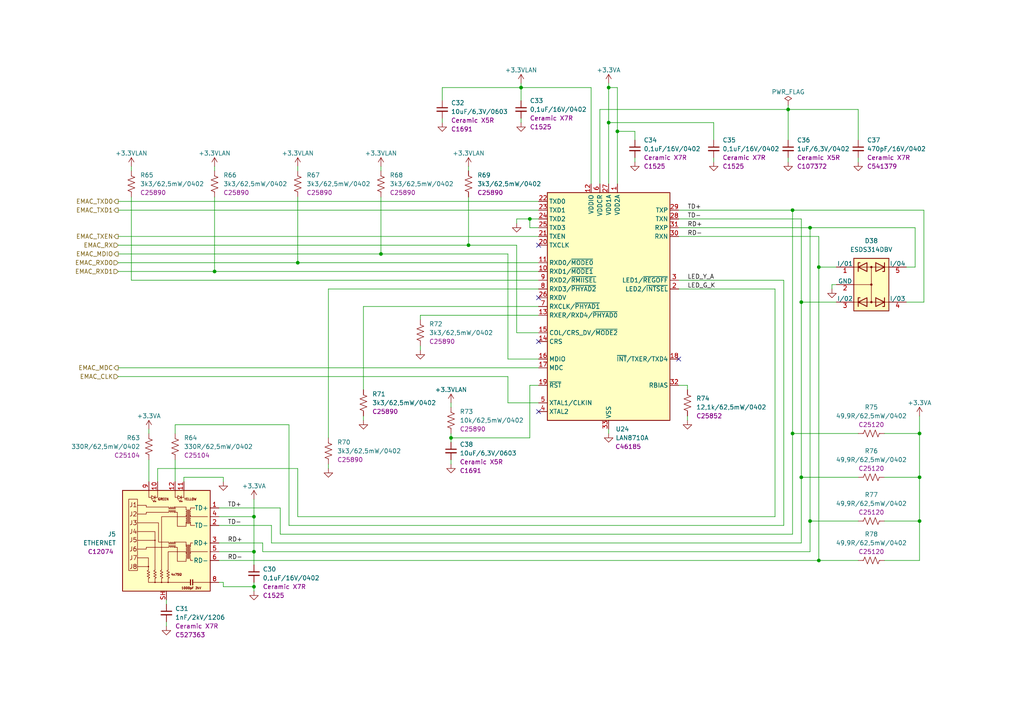
<source format=kicad_sch>
(kicad_sch (version 20211123) (generator eeschema)
  (paper "A4")
  (title_block (title "ESP 16x 24VDC Input 16x External Relay Output Module") (date "2022-10-20") (rev "V1"))
  (lib_symbols
    (symbol "Device:C_Small" (pin_numbers hide) (pin_names (offset 0.254) hide)
      (property "Reference" "C" (at 0.254 1.778 0))
      (property "Value" "C_Small" (at 0.254 -2.032 0))
      (symbol "C_Small_0_1"
        (polyline (pts (xy -1.524 -0.508) (xy 1.524 -0.508)) (stroke (width 0.3302)))
        (polyline (pts (xy -1.524 0.508) (xy 1.524 0.508)) (stroke (width 0.3048)))
      )
      (symbol "C_Small_1_1"
        (pin passive line (at 0 2.54 270) (length 2.032) (name "~") (number "1"))
        (pin passive line (at 0 -2.54 90) (length 2.032) (name "~") (number "2"))
      )
    )
    (symbol "Device:R_US" (pin_numbers hide) (pin_names (offset 0))
      (property "Reference" "R" (at 2.54 0 90))
      (property "Value" "R_US" (at -2.54 0 90))
      (symbol "R_US_0_1"
        (polyline (pts (xy 0 -2.286) (xy 0 -2.54)))
        (polyline (pts (xy 0 2.286) (xy 0 2.54)))
        (polyline (pts (xy 0 -0.762) (xy 1.016 -1.143) (xy 0 -1.524) (xy -1.016 -1.905) (xy 0 -2.286)))
        (polyline (pts (xy 0 0.762) (xy 1.016 0.381) (xy 0 0) (xy -1.016 -0.381) (xy 0 -0.762)))
        (polyline (pts (xy 0 2.286) (xy 1.016 1.905) (xy 0 1.524) (xy -1.016 1.143) (xy 0 0.762)))
      )
      (symbol "R_US_1_1"
        (pin passive line (at 0 3.81 270) (length 1.27) (name "~") (number "1"))
        (pin passive line (at 0 -3.81 90) (length 1.27) (name "~") (number "2"))
      )
    )
    (symbol "Interface_Ethernet:LAN8710A"
      (property "Reference" "U" (at -13.97 34.29 0))
      (property "Value" "LAN8710A" (at 17.78 34.29 0))
      (symbol "LAN8710A_0_1"
        (rectangle (start -17.78 33.02) (end 17.78 -33.02) (stroke (width 0.254)) (fill (type background)))
      )
      (symbol "LAN8710A_1_1"
        (pin power_in line (at 2.54 35.56 270) (length 2.54) (name "VDD2A") (number "1"))
        (pin bidirectional line (at -20.32 10.16 0) (length 2.54) (name "RXD1/~{MODE1}") (number "10"))
        (pin bidirectional line (at -20.32 12.7 0) (length 2.54) (name "RXD0/~{MODE0}") (number "11"))
        (pin power_in line (at -5.08 35.56 270) (length 2.54) (name "VDDIO") (number "12"))
        (pin bidirectional line (at -20.32 -2.54 0) (length 2.54) (name "RXER/RXD4/~{PHYAD0}") (number "13"))
        (pin output line (at -20.32 -10.16 0) (length 2.54) (name "CRS") (number "14"))
        (pin bidirectional line (at -20.32 -7.62 0) (length 2.54) (name "COL/CRS_DV/~{MODE2}") (number "15"))
        (pin bidirectional line (at -20.32 -15.24 0) (length 2.54) (name "MDIO") (number "16"))
        (pin input line (at -20.32 -17.78 0) (length 2.54) (name "MDC") (number "17"))
        (pin bidirectional line (at 20.32 -15.24 180) (length 2.54) (name "~{INT}/TXER/TXD4") (number "18"))
        (pin input line (at -20.32 -22.86 0) (length 2.54) (name "~{RST}") (number "19"))
        (pin bidirectional line (at 20.32 5.08 180) (length 2.54) (name "LED2/~{INTSEL}") (number "2"))
        (pin output line (at -20.32 17.78 0) (length 2.54) (name "TXCLK") (number "20"))
        (pin input line (at -20.32 20.32 0) (length 2.54) (name "TXEN") (number "21"))
        (pin input line (at -20.32 30.48 0) (length 2.54) (name "TXD0") (number "22"))
        (pin input line (at -20.32 27.94 0) (length 2.54) (name "TXD1") (number "23"))
        (pin input line (at -20.32 25.4 0) (length 2.54) (name "TXD2") (number "24"))
        (pin input line (at -20.32 22.86 0) (length 2.54) (name "TXD3") (number "25"))
        (pin output line (at -20.32 2.54 0) (length 2.54) (name "RXDV") (number "26"))
        (pin power_in line (at 0 35.56 270) (length 2.54) (name "VDD1A") (number "27"))
        (pin bidirectional line (at 20.32 25.4 180) (length 2.54) (name "TXN") (number "28"))
        (pin bidirectional line (at 20.32 27.94 180) (length 2.54) (name "TXP") (number "29"))
        (pin bidirectional line (at 20.32 7.62 180) (length 2.54) (name "LED1/~{REGOFF}") (number "3"))
        (pin bidirectional line (at 20.32 20.32 180) (length 2.54) (name "RXN") (number "30"))
        (pin bidirectional line (at 20.32 22.86 180) (length 2.54) (name "RXP") (number "31"))
        (pin passive line (at 20.32 -22.86 180) (length 2.54) (name "RBIAS") (number "32"))
        (pin power_in line (at 0 -35.56 90) (length 2.54) (name "VSS") (number "33"))
        (pin output line (at -20.32 -30.48 0) (length 2.54) (name "XTAL2") (number "4"))
        (pin input line (at -20.32 -27.94 0) (length 2.54) (name "XTAL1/CLKIN") (number "5"))
        (pin power_in line (at -2.54 35.56 270) (length 2.54) (name "VDDCR") (number "6"))
        (pin bidirectional line (at -20.32 0 0) (length 2.54) (name "RXCLK/~{PHYAD1}") (number "7"))
        (pin bidirectional line (at -20.32 5.08 0) (length 2.54) (name "RXD3/~{PHYAD2}") (number "8"))
        (pin bidirectional line (at -20.32 7.62 0) (length 2.54) (name "RXD2/~{RMIISEL}") (number "9"))
      )
    )
    (symbol "Tales:+3.3VLAN" (power) (pin_names (offset 0))
      (property "Value" "+3.3VLAN" (at 0 3.556 0))
      (symbol "+3.3VLAN_0_1"
        (polyline (pts (xy -0.762 1.27) (xy 0 2.54)))
        (polyline (pts (xy 0 0) (xy 0 2.54)))
        (polyline (pts (xy 0 2.54) (xy 0.762 1.27)))
      )
      (symbol "+3.3VLAN_1_1"
        (pin power_in line (at 0 0 90) (length 0) hide (name "+3.3VLAN") (number "1"))
      )
    )
    (symbol "Tales:ESDS314DBV" (pin_names (offset 0))
      (property "Reference" "D" (at 0 12.7 0))
      (property "Value" "ESDS314DBV" (at 0 10.16 0))
      (symbol "ESDS314DBV_0_1"
        (rectangle (start -5.08 7.62) (end 5.08 -7.62) (stroke (width 0.254)) (fill (type background)))
        (circle (center 0 -5.08) (radius 0.254) (fill (type outline)))
        (polyline (pts (xy -5.08 -5.08) (xy 5.08 -5.08)))
        (polyline (pts (xy -5.08 0) (xy 0 0)))
        (polyline (pts (xy -5.08 5.08) (xy 5.08 5.08)))
        (polyline (pts (xy 0 -5.08) (xy 0 5.08)))
        (polyline (pts (xy -3.81 -6.35) (xy -3.81 -3.81) (xy -3.302 -3.81)) (stroke (width 0.254)))
        (polyline (pts (xy -3.81 3.81) (xy -3.81 6.35) (xy -3.302 6.35)) (stroke (width 0.254)))
        (polyline (pts (xy 3.81 -3.81) (xy 3.81 -6.35) (xy 3.302 -6.35)) (stroke (width 0.254)))
        (polyline (pts (xy 3.81 6.35) (xy 3.81 3.81) (xy 3.302 3.81)) (stroke (width 0.254)))
        (polyline (pts (xy -1.27 -6.35) (xy -3.81 -5.08) (xy -1.27 -3.81) (xy -1.27 -6.35) (xy -1.27 -6.35) (xy -1.27 -6.35)) (stroke (width 0.254)))
        (polyline (pts (xy -1.27 3.81) (xy -3.81 5.08) (xy -1.27 6.35) (xy -1.27 3.81) (xy -1.27 3.81) (xy -1.27 3.81)) (stroke (width 0.254)))
        (polyline (pts (xy 1.27 -3.81) (xy 3.81 -5.08) (xy 1.27 -6.35) (xy 1.27 -3.81) (xy 1.27 -3.81) (xy 1.27 -3.81)) (stroke (width 0.254)))
        (polyline (pts (xy 1.27 6.35) (xy 3.81 5.08) (xy 1.27 3.81) (xy 1.27 6.35) (xy 1.27 6.35) (xy 1.27 6.35)) (stroke (width 0.254)))
        (circle (center 0 0) (radius 0.254) (fill (type outline)))
        (circle (center 0 5.08) (radius 0.254) (fill (type outline)))
        (pin passive line (at -10.16 5.08 0) (length 5.08) (name "I/01") (number "1"))
        (pin passive line (at -10.16 0 0) (length 5.08) (name "GND") (number "2"))
        (pin passive line (at -10.16 -5.08 0) (length 5.08) (name "I/02") (number "3"))
        (pin passive line (at 10.16 -5.08 180) (length 5.08) (name "I/03") (number "4"))
        (pin passive line (at 10.16 5.08 180) (length 5.08) (name "I/04") (number "5"))
      )
    )
    (symbol "Tales:HanRun_HR911105A"
      (property "Reference" "J" (at 12.7 13.97 0))
      (property "Value" "HanRun_HR911105A" (at 0 -17.78 0))
      (symbol "HanRun_HR911105A_0_0"
        (rectangle (start -12.7 12.7) (end 12.7 -16.51) (stroke (width 0.254)) (fill (type background)))
        (polyline (pts (xy -5.207 -9.398) (xy -8.382 -9.398)))
        (polyline (pts (xy -3.302 -13.97) (xy -3.302 -12.827)))
        (polyline (pts (xy -3.302 -1.778) (xy -8.382 -1.778)))
        (polyline (pts (xy -1.397 -13.97) (xy -1.397 -12.827)))
        (polyline (pts (xy 0.508 -13.97) (xy 0.508 -12.827)))
        (polyline (pts (xy 7.62 -13.97) (xy 12.7 -13.97)))
        (polyline (pts (xy 11.938 -5.08) (xy 6.985 -5.08)))
        (polyline (pts (xy 11.938 5.08) (xy 6.985 5.08)))
        (polyline (pts (xy -1.397 -10.414) (xy -1.397 5.08) (xy 5.715 5.08)))
        (polyline (pts (xy 0.508 -10.414) (xy 0.508 -5.08) (xy 5.715 -5.08)))
        (polyline (pts (xy 6.985 -13.97) (xy -5.207 -13.97) (xy -5.207 -12.827)))
        (polyline (pts (xy 0.635 -2.286) (xy -2.286 -2.286) (xy -2.286 3.302) (xy -8.382 3.302)))
        (polyline (pts (xy 0.635 7.874) (xy -5.842 7.874) (xy -5.842 8.382) (xy -8.382 8.382)))
        (text "1000pF 2kV" (at 7.239 -15.621 0) (effects (font (size 0.635 0.635))))
        (text "4x75Ω" (at 2.921 -11.684 0) (effects (font (size 0.635 0.635))))
        (text "GREEN" (at -2.54 10.16 0) (effects (font (size 0.635 0.635)) (justify left)))
        (text "J1" (at -10.795 8.509 0) (effects (font (size 1.27 1.27)) (justify left)))
        (text "J2" (at -10.795 5.842 0) (effects (font (size 1.27 1.27)) (justify left)))
        (text "J3" (at -10.795 3.302 0) (effects (font (size 1.27 1.27)) (justify left)))
        (text "J4" (at -10.795 0.762 0) (effects (font (size 1.27 1.27)) (justify left)))
        (text "J5" (at -10.795 -1.651 0) (effects (font (size 1.27 1.27)) (justify left)))
        (text "J6" (at -10.795 -4.318 0) (effects (font (size 1.27 1.27)) (justify left)))
        (text "J7" (at -10.795 -6.858 0) (effects (font (size 1.27 1.27)) (justify left)))
        (text "J8" (at -10.795 -9.398 0) (effects (font (size 1.27 1.27)) (justify left)))
        (text "YELLOW" (at 5.08 10.16 0) (effects (font (size 0.635 0.635)) (justify left)))
      )
      (symbol "HanRun_HR911105A_0_1"
        (rectangle (start -8.382 -10.541) (end -10.922 10.16))
        (circle (center -5.207 -9.398) (radius 0.127) (fill (type outline)))
        (circle (center -3.302 -13.97) (radius 0.127) (fill (type outline)))
        (circle (center -3.302 -1.778) (radius 0.127) (fill (type outline)))
        (circle (center -1.397 -13.97) (radius 0.127) (fill (type outline)))
        (polyline (pts (xy -3.556 9.398) (xy -4.064 9.906)))
        (polyline (pts (xy -3.302 11.176) (xy -3.302 10.16)))
        (polyline (pts (xy -3.048 9.398) (xy -3.556 9.906)))
        (polyline (pts (xy 0.635 -3.302) (xy 2.667 -3.302)))
        (polyline (pts (xy 0.635 6.858) (xy 2.667 6.858)))
        (polyline (pts (xy 2.667 -2.794) (xy 0.635 -2.794)))
        (polyline (pts (xy 2.667 7.366) (xy 0.635 7.366)))
        (polyline (pts (xy 4.064 9.398) (xy 3.556 9.906)))
        (polyline (pts (xy 4.318 11.176) (xy 4.318 10.16)))
        (polyline (pts (xy 4.572 9.398) (xy 4.064 9.906)))
        (polyline (pts (xy 6.223 -3.048) (xy 6.223 -7.112)))
        (polyline (pts (xy 6.223 7.112) (xy 6.223 3.048)))
        (polyline (pts (xy 6.477 -7.112) (xy 6.477 -3.048)))
        (polyline (pts (xy 6.477 3.048) (xy 6.477 7.112)))
        (polyline (pts (xy 6.985 -14.732) (xy 6.985 -13.208)) (stroke (width 0.3048)))
        (polyline (pts (xy 7.62 -14.732) (xy 7.62 -13.208)) (stroke (width 0.3048)))
        (polyline (pts (xy -5.207 -10.414) (xy -5.207 -6.858) (xy -8.382 -6.858)))
        (polyline (pts (xy -5.08 12.7) (xy -5.08 10.668) (xy -4.318 10.668)))
        (polyline (pts (xy -3.556 9.652) (xy -3.556 9.398) (xy -3.81 9.398)))
        (polyline (pts (xy -3.302 -10.414) (xy -3.302 0.762) (xy -8.382 0.762)))
        (polyline (pts (xy -3.048 9.652) (xy -3.048 9.398) (xy -3.302 9.398)))
        (polyline (pts (xy -2.54 12.7) (xy -2.54 10.668) (xy -3.302 10.668)))
        (polyline (pts (xy 2.54 12.7) (xy 2.54 10.668) (xy 3.302 10.668)))
        (polyline (pts (xy 2.667 -2.286) (xy 5.715 -2.286) (xy 5.715 -3.048)))
        (polyline (pts (xy 2.667 7.874) (xy 5.715 7.874) (xy 5.715 7.112)))
        (polyline (pts (xy 4.064 9.652) (xy 4.064 9.398) (xy 3.81 9.398)))
        (polyline (pts (xy 4.572 9.652) (xy 4.572 9.398) (xy 4.318 9.398)))
        (polyline (pts (xy 5.08 12.7) (xy 5.08 10.668) (xy 4.318 10.668)))
        (polyline (pts (xy 6.985 -7.112) (xy 6.985 -7.62) (xy 7.62 -7.62)))
        (polyline (pts (xy 6.985 -3.048) (xy 6.985 -2.54) (xy 7.62 -2.54)))
        (polyline (pts (xy 6.985 3.048) (xy 6.985 2.54) (xy 8.255 2.54)))
        (polyline (pts (xy 6.985 7.112) (xy 6.985 7.62) (xy 8.255 7.62)))
        (polyline (pts (xy -3.302 10.668) (xy -4.318 11.176) (xy -4.318 10.16) (xy -3.302 10.668)))
        (polyline (pts (xy 0.635 -3.81) (xy -5.842 -3.81) (xy -5.842 -4.318) (xy -8.382 -4.318)))
        (polyline (pts (xy 0.635 6.35) (xy -5.842 6.35) (xy -5.842 5.842) (xy -8.382 5.842)))
        (polyline (pts (xy 4.318 10.668) (xy 3.302 11.176) (xy 3.302 10.16) (xy 4.318 10.668)))
        (polyline (pts (xy 5.715 -7.112) (xy 5.715 -7.874) (xy 3.175 -7.874) (xy 3.175 -3.81) (xy 2.667 -3.81)))
        (polyline (pts (xy 5.715 3.048) (xy 5.715 2.286) (xy 3.175 2.286) (xy 3.175 6.35) (xy 2.667 6.35)))
        (polyline (pts (xy -5.207 -12.827) (xy -4.826 -12.573) (xy -5.588 -12.192) (xy -4.826 -11.811) (xy -5.588 -11.43) (xy -4.826 -11.049) (xy -5.588 -10.668) (xy -5.207 -10.414)))
        (polyline (pts (xy -3.302 -12.827) (xy -2.921 -12.573) (xy -3.683 -12.192) (xy -2.921 -11.811) (xy -3.683 -11.43) (xy -2.921 -11.049) (xy -3.683 -10.668) (xy -3.302 -10.414)))
        (polyline (pts (xy -1.397 -12.827) (xy -1.016 -12.573) (xy -1.778 -12.192) (xy -1.016 -11.811) (xy -1.778 -11.43) (xy -1.016 -11.049) (xy -1.778 -10.668) (xy -1.397 -10.414)))
        (polyline (pts (xy 0.508 -12.827) (xy 0.889 -12.573) (xy 0.127 -12.192) (xy 0.889 -11.811) (xy 0.127 -11.43) (xy 0.889 -11.049) (xy 0.127 -10.668) (xy 0.508 -10.414)))
        (circle (center 0.508 -13.97) (radius 0.127) (fill (type outline)))
        (arc (start 0.635 -2.286) (mid 0.889 -2.54) (end 1.143 -2.286))
        (arc (start 0.635 7.874) (mid 0.889 7.62) (end 1.143 7.874))
        (arc (start 1.143 -3.81) (mid 0.889 -3.556) (end 0.635 -3.81))
        (arc (start 1.143 -2.286) (mid 1.397 -2.54) (end 1.651 -2.286))
        (arc (start 1.143 6.35) (mid 0.889 6.604) (end 0.635 6.35))
        (arc (start 1.143 7.874) (mid 1.397 7.62) (end 1.651 7.874))
        (arc (start 1.651 -3.81) (mid 1.397 -3.556) (end 1.143 -3.81))
        (arc (start 1.651 -2.286) (mid 1.905 -2.54) (end 2.159 -2.286))
        (arc (start 1.651 6.35) (mid 1.397 6.604) (end 1.143 6.35))
        (arc (start 1.651 7.874) (mid 1.905 7.62) (end 2.159 7.874))
        (arc (start 2.159 -3.81) (mid 1.905 -3.556) (end 1.651 -3.81))
        (arc (start 2.159 -2.286) (mid 2.413 -2.54) (end 2.667 -2.286))
        (arc (start 2.159 6.35) (mid 1.905 6.604) (end 1.651 6.35))
        (arc (start 2.159 7.874) (mid 2.413 7.62) (end 2.667 7.874))
        (circle (center 2.413 -3.8354) (radius 0.0762) (stroke (width 0.0254)) (fill (type outline)))
        (circle (center 2.413 -2.2606) (radius 0.0762) (stroke (width 0.0254)) (fill (type outline)))
        (circle (center 2.413 6.3246) (radius 0.0762) (stroke (width 0.0254)) (fill (type outline)))
        (circle (center 2.413 7.8994) (radius 0.0762) (stroke (width 0.0254)) (fill (type outline)))
        (arc (start 2.667 -3.81) (mid 2.413 -3.556) (end 2.159 -3.81))
        (arc (start 2.667 6.35) (mid 2.413 6.604) (end 2.159 6.35))
        (arc (start 5.715 -7.112) (mid 5.969 -6.858) (end 5.715 -6.604))
        (arc (start 5.715 -6.604) (mid 5.969 -6.35) (end 5.715 -6.096))
        (arc (start 5.715 -6.096) (mid 5.969 -5.842) (end 5.715 -5.588))
        (arc (start 5.715 -5.588) (mid 5.969 -5.334) (end 5.715 -5.08))
        (circle (center 5.715 -5.334) (radius 0.0762) (stroke (width 0.0254)) (fill (type outline)))
        (arc (start 5.715 -5.08) (mid 5.969 -4.826) (end 5.715 -4.572))
        (arc (start 5.715 -4.572) (mid 5.969 -4.318) (end 5.715 -4.064))
        (arc (start 5.715 -4.064) (mid 5.969 -3.81) (end 5.715 -3.556))
        (arc (start 5.715 -3.556) (mid 5.969 -3.302) (end 5.715 -3.048))
        (circle (center 5.715 -3.302) (radius 0.0762) (stroke (width 0.0254)) (fill (type outline)))
        (arc (start 5.715 3.048) (mid 5.969 3.302) (end 5.715 3.556))
        (circle (center 5.715 3.302) (radius 0.0762) (stroke (width 0.0254)) (fill (type outline)))
        (arc (start 5.715 3.556) (mid 5.969 3.81) (end 5.715 4.064))
        (arc (start 5.715 4.064) (mid 5.969 4.318) (end 5.715 4.572))
        (arc (start 5.715 4.572) (mid 5.969 4.826) (end 5.715 5.08))
        (arc (start 5.715 5.08) (mid 5.969 5.334) (end 5.715 5.588))
        (circle (center 5.715 5.334) (radius 0.0762) (stroke (width 0.0254)) (fill (type outline)))
        (arc (start 5.715 5.588) (mid 5.969 5.842) (end 5.715 6.096))
        (arc (start 5.715 6.096) (mid 5.969 6.35) (end 5.715 6.604))
        (arc (start 5.715 6.604) (mid 5.969 6.858) (end 5.715 7.112))
        (arc (start 6.985 -6.604) (mid 6.731 -6.858) (end 6.985 -7.112))
        (arc (start 6.985 -6.096) (mid 6.731 -6.35) (end 6.985 -6.604))
        (arc (start 6.985 -5.588) (mid 6.731 -5.842) (end 6.985 -6.096))
        (circle (center 6.985 -5.334) (radius 0.0762) (stroke (width 0.0254)) (fill (type outline)))
        (arc (start 6.985 -5.08) (mid 6.731 -5.334) (end 6.985 -5.588))
        (arc (start 6.985 -4.572) (mid 6.731 -4.826) (end 6.985 -5.08))
        (arc (start 6.985 -4.064) (mid 6.731 -4.318) (end 6.985 -4.572))
        (arc (start 6.985 -3.556) (mid 6.731 -3.81) (end 6.985 -4.064))
        (circle (center 6.985 -3.302) (radius 0.0762) (stroke (width 0.0254)) (fill (type outline)))
        (arc (start 6.985 -3.048) (mid 6.731 -3.302) (end 6.985 -3.556))
        (circle (center 6.985 3.302) (radius 0.0762) (stroke (width 0.0254)) (fill (type outline)))
        (arc (start 6.985 3.556) (mid 6.731 3.302) (end 6.985 3.048))
        (arc (start 6.985 4.064) (mid 6.731 3.81) (end 6.985 3.556))
        (arc (start 6.985 4.572) (mid 6.731 4.318) (end 6.985 4.064))
        (arc (start 6.985 5.08) (mid 6.731 4.826) (end 6.985 4.572))
        (circle (center 6.985 5.334) (radius 0.0762) (stroke (width 0.0254)) (fill (type outline)))
        (arc (start 6.985 5.588) (mid 6.731 5.334) (end 6.985 5.08))
        (arc (start 6.985 6.096) (mid 6.731 5.842) (end 6.985 5.588))
        (arc (start 6.985 6.604) (mid 6.731 6.35) (end 6.985 6.096))
        (arc (start 6.985 7.112) (mid 6.731 6.858) (end 6.985 6.604))
      )
      (symbol "HanRun_HR911105A_1_1"
        (pin passive line (at 15.24 7.62 180) (length 2.54) (name "TD+") (number "1"))
        (pin passive line (at -2.54 15.24 270) (length 2.54) (name "~") (number "10"))
        (pin passive line (at 5.08 15.24 270) (length 2.54) (name "~") (number "11"))
        (pin passive line (at 2.54 15.24 270) (length 2.54) (name "~") (number "12"))
        (pin passive line (at 15.24 2.54 180) (length 2.54) (name "TD-") (number "2"))
        (pin passive line (at 15.24 -2.54 180) (length 2.54) (name "RD+") (number "3"))
        (pin passive line (at 15.24 5.08 180) (length 2.54) (name "~") (number "4"))
        (pin passive line (at 15.24 -5.08 180) (length 2.54) (name "~") (number "5"))
        (pin passive line (at 15.24 -7.62 180) (length 2.54) (name "RD-") (number "6"))
        (pin no_connect line (at 12.7 -11.43 180) (length 2.54) hide (name "NC") (number "7"))
        (pin passive line (at 15.24 -13.97 180) (length 2.54) (name "~") (number "8"))
        (pin passive line (at -5.08 15.24 270) (length 2.54) (name "~") (number "9"))
        (pin passive line (at 0 -19.05 90) (length 2.54) (name "~") (number "SH"))
      )
    )
    (symbol "power:+3.3VA" (power) (pin_names (offset 0))
      (property "Value" "+3.3VA" (at 0 3.556 0))
      (symbol "+3.3VA_0_1"
        (polyline (pts (xy -0.762 1.27) (xy 0 2.54)))
        (polyline (pts (xy 0 0) (xy 0 2.54)))
        (polyline (pts (xy 0 2.54) (xy 0.762 1.27)))
      )
      (symbol "+3.3VA_1_1"
        (pin power_in line (at 0 0 90) (length 0) hide (name "+3.3VA") (number "1"))
      )
    )
    (symbol "power:GND" (power) (pin_names (offset 0))
      (property "Value" "GND" (at 0 -3.81 0))
      (symbol "GND_0_1"
        (polyline (pts (xy 0 0) (xy 0 -1.27) (xy 1.27 -1.27) (xy 0 -2.54) (xy -1.27 -1.27) (xy 0 -1.27)))
      )
      (symbol "GND_1_1"
        (pin power_in line (at 0 0 270) (length 0) hide (name "GND") (number "1"))
      )
    )
    (symbol "power:PWR_FLAG" (power) (pin_numbers hide) (pin_names (offset 0) hide)
      (property "Value" "PWR_FLAG" (at 0 3.81 0))
      (symbol "PWR_FLAG_0_0"
        (pin power_out line (at 0 0 90) (length 0) (name "pwr") (number "1"))
      )
      (symbol "PWR_FLAG_0_1"
        (polyline (pts (xy 0 0) (xy 0 1.27) (xy -1.016 1.905) (xy 0 2.54) (xy 1.016 1.905) (xy 0 1.27)))
      )
    )
  )
  (junction (at 266.7 125.73))
  (junction (at 232.41 138.43))
  (junction (at 229.87 60.96))
  (junction (at 73.66 160.02))
  (junction (at 266.7 138.43))
  (junction (at 110.49 73.66))
  (junction (at 179.07 38.1))
  (junction (at 151.13 25.4))
  (junction (at 176.53 35.56))
  (junction (at 234.95 151.13))
  (junction (at 73.66 149.86))
  (junction (at 86.36 76.2))
  (junction (at 266.7 151.13))
  (junction (at 229.87 125.73))
  (junction (at 153.67 63.5))
  (junction (at 176.53 25.4))
  (junction (at 135.89 71.12))
  (junction (at 237.49 162.56))
  (junction (at 232.41 87.63))
  (junction (at 130.81 127))
  (junction (at 62.23 78.74))
  (junction (at 237.49 77.47))
  (junction (at 228.6 31.75))
  (junction (at 234.95 66.04))
  (junction (at 73.66 170.18))
  (no_connect (at 156.21 99.06))
  (no_connect (at 156.21 86.36))
  (no_connect (at 196.85 104.14))
  (no_connect (at 156.21 71.12))
  (no_connect (at 156.21 119.38))
  (wire (pts (xy 176.53 35.56) (xy 176.53 53.34)))
  (wire (pts (xy 34.29 71.12) (xy 135.89 71.12)))
  (wire (pts (xy 128.27 25.4) (xy 151.13 25.4)))
  (wire (pts (xy 64.77 138.43) (xy 64.77 139.7)))
  (wire (pts (xy 34.29 78.74) (xy 62.23 78.74)))
  (wire (pts (xy 171.45 25.4) (xy 171.45 53.34)))
  (wire (pts (xy 64.77 170.18) (xy 64.77 168.91)))
  (wire (pts (xy 241.3 82.55) (xy 242.57 82.55)))
  (wire (pts (xy 256.54 125.73) (xy 266.7 125.73)))
  (wire (pts (xy 228.6 31.75) (xy 248.92 31.75)))
  (wire (pts (xy 34.29 106.68) (xy 156.21 106.68)))
  (wire (pts (xy 38.1 48.26) (xy 38.1 49.53)))
  (wire (pts (xy 234.95 151.13) (xy 234.95 160.02)))
  (wire (pts (xy 237.49 77.47) (xy 237.49 162.56)))
  (wire (pts (xy 173.99 53.34) (xy 173.99 31.75)))
  (wire (pts (xy 266.7 151.13) (xy 266.7 162.56)))
  (wire (pts (xy 86.36 76.2) (xy 156.21 76.2)))
  (wire (pts (xy 156.21 111.76) (xy 153.67 111.76)))
  (wire (pts (xy 156.21 96.52) (xy 149.86 96.52)))
  (wire (pts (xy 83.82 123.19) (xy 83.82 152.4)))
  (wire (pts (xy 81.28 154.94) (xy 229.87 154.94)))
  (wire (pts (xy 179.07 38.1) (xy 179.07 53.34)))
  (wire (pts (xy 153.67 63.5) (xy 149.86 63.5)))
  (wire (pts (xy 135.89 71.12) (xy 135.89 57.15)))
  (wire (pts (xy 34.29 68.58) (xy 156.21 68.58)))
  (wire (pts (xy 153.67 66.04) (xy 153.67 63.5)))
  (wire (pts (xy 62.23 48.26) (xy 62.23 49.53)))
  (wire (pts (xy 43.18 124.46) (xy 43.18 125.73)))
  (wire (pts (xy 95.25 134.62) (xy 95.25 135.89)))
  (wire (pts (xy 128.27 29.21) (xy 128.27 25.4)))
  (wire (pts (xy 105.41 120.65) (xy 105.41 121.92)))
  (wire (pts (xy 34.29 76.2) (xy 86.36 76.2)))
  (wire (pts (xy 130.81 133.35) (xy 130.81 134.62)))
  (wire (pts (xy 121.92 91.44) (xy 121.92 92.71)))
  (wire (pts (xy 262.89 77.47) (xy 265.43 77.47)))
  (wire (pts (xy 53.34 138.43) (xy 53.34 139.7)))
  (wire (pts (xy 267.97 87.63) (xy 267.97 60.96)))
  (wire (pts (xy 38.1 57.15) (xy 38.1 81.28)))
  (wire (pts (xy 266.7 125.73) (xy 266.7 138.43)))
  (wire (pts (xy 64.77 168.91) (xy 63.5 168.91)))
  (wire (pts (xy 147.32 104.14) (xy 156.21 104.14)))
  (wire (pts (xy 176.53 25.4) (xy 176.53 35.56)))
  (wire (pts (xy 199.39 111.76) (xy 196.85 111.76)))
  (wire (pts (xy 234.95 151.13) (xy 248.92 151.13)))
  (wire (pts (xy 62.23 78.74) (xy 156.21 78.74)))
  (wire (pts (xy 196.85 68.58) (xy 237.49 68.58)))
  (wire (pts (xy 229.87 125.73) (xy 229.87 154.94)))
  (wire (pts (xy 34.29 109.22) (xy 147.32 109.22)))
  (wire (pts (xy 43.18 133.35) (xy 43.18 139.7)))
  (wire (pts (xy 81.28 147.32) (xy 81.28 154.94)))
  (wire (pts (xy 266.7 162.56) (xy 256.54 162.56)))
  (wire (pts (xy 45.72 135.89) (xy 86.36 135.89)))
  (wire (pts (xy 151.13 34.29) (xy 151.13 35.56)))
  (wire (pts (xy 151.13 25.4) (xy 151.13 29.21)))
  (wire (pts (xy 130.81 116.84) (xy 130.81 118.11)))
  (wire (pts (xy 153.67 127) (xy 130.81 127)))
  (wire (pts (xy 83.82 152.4) (xy 227.33 152.4)))
  (wire (pts (xy 86.36 57.15) (xy 86.36 76.2)))
  (wire (pts (xy 207.01 45.72) (xy 207.01 46.99)))
  (wire (pts (xy 228.6 31.75) (xy 228.6 40.64)))
  (wire (pts (xy 176.53 124.46) (xy 176.53 125.73)))
  (wire (pts (xy 50.8 139.7) (xy 50.8 133.35)))
  (wire (pts (xy 128.27 34.29) (xy 128.27 35.56)))
  (wire (pts (xy 228.6 30.48) (xy 228.6 31.75)))
  (wire (pts (xy 45.72 139.7) (xy 45.72 135.89)))
  (wire (pts (xy 62.23 57.15) (xy 62.23 78.74)))
  (wire (pts (xy 176.53 24.13) (xy 176.53 25.4)))
  (wire (pts (xy 229.87 125.73) (xy 248.92 125.73)))
  (wire (pts (xy 237.49 68.58) (xy 237.49 77.47)))
  (wire (pts (xy 78.74 152.4) (xy 78.74 157.48)))
  (wire (pts (xy 63.5 147.32) (xy 81.28 147.32)))
  (wire (pts (xy 237.49 162.56) (xy 248.92 162.56)))
  (wire (pts (xy 149.86 71.12) (xy 135.89 71.12)))
  (wire (pts (xy 176.53 25.4) (xy 179.07 25.4)))
  (wire (pts (xy 151.13 25.4) (xy 171.45 25.4)))
  (wire (pts (xy 110.49 57.15) (xy 110.49 73.66)))
  (wire (pts (xy 228.6 45.72) (xy 228.6 46.99)))
  (wire (pts (xy 76.2 157.48) (xy 76.2 160.02)))
  (wire (pts (xy 48.26 180.34) (xy 48.26 181.61)))
  (wire (pts (xy 229.87 60.96) (xy 229.87 125.73)))
  (wire (pts (xy 265.43 77.47) (xy 265.43 66.04)))
  (wire (pts (xy 147.32 73.66) (xy 147.32 104.14)))
  (wire (pts (xy 64.77 138.43) (xy 53.34 138.43)))
  (wire (pts (xy 266.7 138.43) (xy 266.7 151.13)))
  (wire (pts (xy 256.54 151.13) (xy 266.7 151.13)))
  (wire (pts (xy 248.92 31.75) (xy 248.92 40.64)))
  (wire (pts (xy 130.81 125.73) (xy 130.81 127)))
  (wire (pts (xy 34.29 73.66) (xy 110.49 73.66)))
  (wire (pts (xy 86.36 48.26) (xy 86.36 49.53)))
  (wire (pts (xy 153.67 111.76) (xy 153.67 127)))
  (wire (pts (xy 63.5 152.4) (xy 78.74 152.4)))
  (wire (pts (xy 73.66 170.18) (xy 73.66 171.45)))
  (wire (pts (xy 130.81 127) (xy 130.81 128.27)))
  (wire (pts (xy 149.86 96.52) (xy 149.86 71.12)))
  (wire (pts (xy 229.87 60.96) (xy 196.85 60.96)))
  (wire (pts (xy 173.99 31.75) (xy 228.6 31.75)))
  (wire (pts (xy 110.49 73.66) (xy 147.32 73.66)))
  (wire (pts (xy 105.41 88.9) (xy 105.41 113.03)))
  (wire (pts (xy 86.36 135.89) (xy 86.36 149.86)))
  (wire (pts (xy 199.39 113.03) (xy 199.39 111.76)))
  (wire (pts (xy 241.3 83.82) (xy 241.3 82.55)))
  (wire (pts (xy 50.8 123.19) (xy 83.82 123.19)))
  (wire (pts (xy 63.5 162.56) (xy 237.49 162.56)))
  (wire (pts (xy 78.74 157.48) (xy 232.41 157.48)))
  (wire (pts (xy 224.79 149.86) (xy 224.79 83.82)))
  (wire (pts (xy 265.43 66.04) (xy 234.95 66.04)))
  (wire (pts (xy 95.25 83.82) (xy 95.25 127)))
  (wire (pts (xy 232.41 138.43) (xy 248.92 138.43)))
  (wire (pts (xy 34.29 60.96) (xy 156.21 60.96)))
  (wire (pts (xy 73.66 168.91) (xy 73.66 170.18)))
  (wire (pts (xy 156.21 63.5) (xy 153.67 63.5)))
  (wire (pts (xy 48.26 173.99) (xy 48.26 175.26)))
  (wire (pts (xy 232.41 63.5) (xy 196.85 63.5)))
  (wire (pts (xy 110.49 48.26) (xy 110.49 49.53)))
  (wire (pts (xy 121.92 100.33) (xy 121.92 101.6)))
  (wire (pts (xy 184.15 38.1) (xy 184.15 40.64)))
  (wire (pts (xy 156.21 116.84) (xy 147.32 116.84)))
  (wire (pts (xy 64.77 170.18) (xy 73.66 170.18)))
  (wire (pts (xy 149.86 63.5) (xy 149.86 64.77)))
  (wire (pts (xy 267.97 60.96) (xy 229.87 60.96)))
  (wire (pts (xy 248.92 45.72) (xy 248.92 46.99)))
  (wire (pts (xy 156.21 66.04) (xy 153.67 66.04)))
  (wire (pts (xy 196.85 81.28) (xy 227.33 81.28)))
  (wire (pts (xy 73.66 144.78) (xy 73.66 149.86)))
  (wire (pts (xy 76.2 160.02) (xy 234.95 160.02)))
  (wire (pts (xy 34.29 58.42) (xy 156.21 58.42)))
  (wire (pts (xy 179.07 25.4) (xy 179.07 38.1)))
  (wire (pts (xy 256.54 138.43) (xy 266.7 138.43)))
  (wire (pts (xy 151.13 24.13) (xy 151.13 25.4)))
  (wire (pts (xy 86.36 149.86) (xy 224.79 149.86)))
  (wire (pts (xy 156.21 91.44) (xy 121.92 91.44)))
  (wire (pts (xy 207.01 35.56) (xy 207.01 40.64)))
  (wire (pts (xy 176.53 35.56) (xy 207.01 35.56)))
  (wire (pts (xy 95.25 83.82) (xy 156.21 83.82)))
  (wire (pts (xy 227.33 152.4) (xy 227.33 81.28)))
  (wire (pts (xy 266.7 120.65) (xy 266.7 125.73)))
  (wire (pts (xy 105.41 88.9) (xy 156.21 88.9)))
  (wire (pts (xy 237.49 77.47) (xy 242.57 77.47)))
  (wire (pts (xy 184.15 45.72) (xy 184.15 46.99)))
  (wire (pts (xy 232.41 87.63) (xy 242.57 87.63)))
  (wire (pts (xy 179.07 38.1) (xy 184.15 38.1)))
  (wire (pts (xy 232.41 87.63) (xy 232.41 138.43)))
  (wire (pts (xy 232.41 63.5) (xy 232.41 87.63)))
  (wire (pts (xy 135.89 48.26) (xy 135.89 49.53)))
  (wire (pts (xy 73.66 160.02) (xy 73.66 149.86)))
  (wire (pts (xy 232.41 138.43) (xy 232.41 157.48)))
  (wire (pts (xy 63.5 160.02) (xy 73.66 160.02)))
  (wire (pts (xy 63.5 157.48) (xy 76.2 157.48)))
  (wire (pts (xy 38.1 81.28) (xy 156.21 81.28)))
  (wire (pts (xy 196.85 83.82) (xy 224.79 83.82)))
  (wire (pts (xy 147.32 116.84) (xy 147.32 109.22)))
  (wire (pts (xy 199.39 120.65) (xy 199.39 121.92)))
  (wire (pts (xy 196.85 66.04) (xy 234.95 66.04)))
  (wire (pts (xy 50.8 125.73) (xy 50.8 123.19)))
  (wire (pts (xy 234.95 66.04) (xy 234.95 151.13)))
  (wire (pts (xy 73.66 160.02) (xy 73.66 163.83)))
  (wire (pts (xy 262.89 87.63) (xy 267.97 87.63)))
  (wire (pts (xy 73.66 149.86) (xy 63.5 149.86)))
  (label "RD-" (at 66.04 162.56 0))
  (label "LED_Y_A" (at 199.39 81.28 0))
  (label "TD+" (at 66.04 147.32 0))
  (label "TD+" (at 199.39 60.96 0))
  (label "TD-" (at 66.04 152.4 0))
  (label "RD-" (at 199.39 68.58 0))
  (label "RD+" (at 66.04 157.48 0))
  (label "RD+" (at 199.39 66.04 0))
  (label "LED_G_K" (at 199.39 83.82 0))
  (label "TD-" (at 199.39 63.5 0))
  (hierarchical_label "EMAC_MDIO" (shape output) (at 34.29 73.66 180))
  (hierarchical_label "EMAC_TXEN" (shape output) (at 34.29 68.58 180))
  (hierarchical_label "EMAC_CLK" (shape input) (at 34.29 109.22 180))
  (hierarchical_label "EMAC_RXD1" (shape input) (at 34.29 78.74 180))
  (hierarchical_label "EMAC_MDC" (shape output) (at 34.29 106.68 180))
  (hierarchical_label "EMAC_RXD0" (shape input) (at 34.29 76.2 180))
  (hierarchical_label "EMAC_RX" (shape input) (at 34.29 71.12 180))
  (hierarchical_label "EMAC_TXD0" (shape output) (at 34.29 58.42 180))
  (hierarchical_label "EMAC_TXD1" (shape output) (at 34.29 60.96 180))
  (symbol (lib_id "Device:C_Small") (at 207.01 43.18 0) (unit 1)
    (property "Reference" "C35" (at 209.55 40.64 0) (effects (justify left)))
    (property "Value" "0,1uF/16V/0402" (at 209.55 43.18 0) (effects (justify left)))
    (property "Footprint" "Tales:C_0402_1005Metric" (effects hide))
    (property "Case" "0402/1005" (effects hide))
    (property "JLCPCB BOM" "1" (effects hide))
    (property "LCSC Part #" "C1525" (at 209.55 48.2538 0) (effects (justify left)))
    (property "Mfr" "Samsung" (effects hide))
    (property "Mfr PN" "CL05B104KO5NNNC" (effects hide))
    (property "Technology" "Ceramic X7R" (at 209.55 45.7138 0) (effects (justify left)))
    (property "Vendor" "JLCPCB" (effects hide))
    (property "Vendor PN" "C1525" (effects hide))
  )
  (symbol (lib_id "power:GND") (at 184.15 46.99 0) (unit 1)
    (property "Reference" "#PWR0120" (effects hide))
    (property "Value" "GNDREF" (effects hide))
  )
  (symbol (lib_id "Device:R_US") (at 130.81 121.92 0) (unit 1)
    (property "Reference" "R73" (at 133.35 119.38 0) (effects (justify left)))
    (property "Value" "10k/62,5mW/0402" (at 133.35 121.92 0) (effects (justify left)))
    (property "Footprint" "Tales:R_0402_1005Metric" (effects hide))
    (property "Case" "0402/1005" (effects hide))
    (property "Mfr" "Uniroyal" (effects hide))
    (property "Vendor" "JLCPCB" (effects hide))
    (property "Mfr PN" "0402WGF1002TCE" (effects hide))
    (property "Vendor PN" "C25890" (effects hide))
    (property "LCSC Part #" "C25890" (at 133.35 124.46 0) (effects (justify left)))
    (property "JLCPCB BOM" "1" (effects hide))
  )
  (symbol (lib_id "power:GND") (at 228.6 46.99 0) (unit 1)
    (property "Reference" "#PWR0123" (effects hide))
    (property "Value" "GNDREF" (effects hide))
  )
  (symbol (lib_id "Device:R_US") (at 50.8 129.54 0) (unit 1)
    (property "Reference" "R64" (at 53.34 127 0) (effects (justify left)))
    (property "Value" "330R/62,5mW/0402" (at 53.34 129.54 0) (effects (justify left)))
    (property "Footprint" "Tales:R_0402_1005Metric" (effects hide))
    (property "Case" "0402/1005" (effects hide))
    (property "Mfr" "Uniroyal" (effects hide))
    (property "Vendor" "JLCPCB" (effects hide))
    (property "Mfr PN" "0402WGF3300TCE" (effects hide))
    (property "Vendor PN" "C25104" (effects hide))
    (property "LCSC Part #" "C25104" (at 53.34 132.08 0) (effects (justify left)))
    (property "JLCPCB BOM" "1" (effects hide))
  )
  (symbol (lib_id "Device:C_Small") (at 128.27 31.75 0) (unit 1)
    (property "Reference" "C32" (at 130.81 29.845 0) (effects (justify left)))
    (property "Value" "10uF/6,3V/0603" (at 130.81 32.385 0) (effects (justify left)))
    (property "Footprint" "Tales:C_0603_1608Metric" (effects hide))
    (property "Mfr" "Samsung" (effects hide))
    (property "Mfr PN" "CL10A106MQ8NNNC" (effects hide))
    (property "JLCPCB BOM" "1" (effects hide))
    (property "LCSC Part #" "C1691" (at 130.81 37.465 0) (effects (justify left)))
    (property "Technology" "Ceramic X5R" (at 130.81 34.925 0) (effects (justify left)))
    (property "Vendor" "JLCPCB" (effects hide))
    (property "Vendor PN" "C1691" (effects hide))
    (property "Case" "0603/1608" (effects hide))
  )
  (symbol (lib_id "Tales:+3.3VLAN") (at 135.89 48.26 0) (unit 1)
    (property "Reference" "#PWR0114" (effects hide))
    (property "Value" "+3.3VLAN" (at 135.89 44.45 0))
  )
  (symbol (lib_id "Device:C_Small") (at 73.66 166.37 0) (unit 1)
    (property "Reference" "C30" (at 76.2 165.1062 0) (effects (justify left)))
    (property "Value" "0,1uF/16V/0402" (at 76.2 167.6462 0) (effects (justify left)))
    (property "Footprint" "Tales:C_0402_1005Metric" (effects hide))
    (property "Case" "0402/1005" (effects hide))
    (property "JLCPCB BOM" "1" (effects hide))
    (property "LCSC Part #" "C1525" (at 76.2 172.72 0) (effects (justify left)))
    (property "Mfr" "Samsung" (effects hide))
    (property "Mfr PN" "CL05B104KO5NNNC" (effects hide))
    (property "Technology" "Ceramic X7R" (at 76.2 170.18 0) (effects (justify left)))
    (property "Vendor" "JLCPCB" (effects hide))
    (property "Vendor PN" "C1525" (effects hide))
  )
  (symbol (lib_id "Device:R_US") (at 62.23 53.34 0) (unit 1)
    (property "Reference" "R66" (at 64.77 50.8 0) (effects (justify left)))
    (property "Value" "3k3/62,5mW/0402" (at 64.77 53.34 0) (effects (justify left)))
    (property "Footprint" "Tales:R_0402_1005Metric" (effects hide))
    (property "Case" "0402/1005" (effects hide))
    (property "Mfr" "Uniroyal" (effects hide))
    (property "Vendor" "JLCPCB" (effects hide))
    (property "Mfr PN" "0402WGF3301TCE" (effects hide))
    (property "Vendor PN" "C25890" (effects hide))
    (property "LCSC Part #" "C25890" (at 64.77 55.88 0) (effects (justify left)))
    (property "JLCPCB BOM" "1" (effects hide))
  )
  (symbol (lib_id "Device:R_US") (at 135.89 53.34 0) (unit 1)
    (property "Reference" "R69" (at 138.43 50.8 0) (effects (justify left)))
    (property "Value" "3k3/62,5mW/0402" (at 138.43 53.34 0) (effects (justify left)))
    (property "Footprint" "Tales:R_0402_1005Metric" (effects hide))
    (property "Case" "0402/1005" (effects hide))
    (property "Mfr" "Uniroyal" (effects hide))
    (property "Vendor" "JLCPCB" (effects hide))
    (property "Mfr PN" "0402WGF3301TCE" (effects hide))
    (property "Vendor PN" "C25890" (effects hide))
    (property "LCSC Part #" "C25890" (at 138.43 55.88 0) (effects (justify left)))
    (property "JLCPCB BOM" "1" (effects hide))
  )
  (symbol (lib_id "power:GND") (at 130.81 134.62 0) (unit 1)
    (property "Reference" "#PWR0113" (effects hide))
    (property "Value" "GNDREF" (effects hide))
  )
  (symbol (lib_id "Device:R_US") (at 86.36 53.34 0) (unit 1)
    (property "Reference" "R67" (at 88.9 50.8 0) (effects (justify left)))
    (property "Value" "3k3/62,5mW/0402" (at 88.9 53.34 0) (effects (justify left)))
    (property "Footprint" "Tales:R_0402_1005Metric" (effects hide))
    (property "Case" "0402/1005" (effects hide))
    (property "Mfr" "Uniroyal" (effects hide))
    (property "Vendor" "JLCPCB" (effects hide))
    (property "Mfr PN" "0402WGF3301TCE" (effects hide))
    (property "Vendor PN" "C25890" (effects hide))
    (property "LCSC Part #" "C25890" (at 88.9 55.88 0) (effects (justify left)))
    (property "JLCPCB BOM" "1" (effects hide))
  )
  (symbol (lib_id "Tales:HanRun_HR911105A") (at 48.26 154.94 0) (unit 1)
    (property "Reference" "J5" (at 33.655 154.9399 0) (effects (justify right)))
    (property "Value" "ETHERNET" (at 33.655 157.4799 0) (effects (justify right)))
    (property "Footprint" "Tales:RJ45_HanRun_HR911105A" (effects hide))
    (property "JLCPCB BOM" "1" (effects hide))
    (property "LCSC Part #" "C12074" (at 29.21 160.02 0))
    (property "Mfr" "HanRun" (effects hide))
    (property "Mfr PN" "HR911105A" (effects hide))
    (property "Vendor" "JLCPCB" (effects hide))
    (property "Vendor PN" "C12074" (effects hide))
  )
  (symbol (lib_id "power:GND") (at 105.41 121.92 0) (unit 1)
    (property "Reference" "#PWR0108" (effects hide))
    (property "Value" "GNDREF" (effects hide))
  )
  (symbol (lib_id "Device:C_Small") (at 48.26 177.8 0) (unit 1)
    (property "Reference" "C31" (at 50.8 176.5362 0) (effects (justify left)))
    (property "Value" "1nF/2kV/1206" (at 50.8 179.0762 0) (effects (justify left)))
    (property "Footprint" "Tales:C_1206_3216Metric" (effects hide))
    (property "Case" "1206/3216" (effects hide))
    (property "JLCPCB BOM" "1" (effects hide))
    (property "LCSC Part #" "C527363" (at 50.8 184.15 0) (effects (justify left)))
    (property "Mfr" "Yageo" (effects hide))
    (property "Mfr PN" "CC1206MKX7RDBB102" (effects hide))
    (property "Technology" "Ceramic X7R" (at 50.8 181.61 0) (effects (justify left)))
    (property "Vendor" "JLCPCB" (effects hide))
    (property "Vendor PN" "C527363" (effects hide))
  )
  (symbol (lib_id "Device:R_US") (at 43.18 129.54 0) (unit 1)
    (property "Reference" "R63" (at 40.64 127 0) (effects (justify right)))
    (property "Value" "330R/62,5mW/0402" (at 40.64 129.54 0) (effects (justify right)))
    (property "Footprint" "Tales:R_0402_1005Metric" (effects hide))
    (property "Case" "0402/1005" (effects hide))
    (property "Mfr" "Uniroyal" (effects hide))
    (property "Vendor" "JLCPCB" (effects hide))
    (property "Mfr PN" "0402WGF3300TCE" (effects hide))
    (property "Vendor PN" "C25104" (effects hide))
    (property "LCSC Part #" "C25104" (at 40.64 132.08 0) (effects (justify right)))
    (property "JLCPCB BOM" "1" (effects hide))
  )
  (symbol (lib_id "power:GND") (at 121.92 101.6 0) (unit 1)
    (property "Reference" "#PWR0110" (effects hide))
    (property "Value" "GNDREF" (effects hide))
  )
  (symbol (lib_id "power:GND") (at 207.01 46.99 0) (unit 1)
    (property "Reference" "#PWR0122" (effects hide))
    (property "Value" "GNDREF" (effects hide))
  )
  (symbol (lib_id "power:GND") (at 95.25 135.89 0) (unit 1)
    (property "Reference" "#PWR0107" (effects hide))
    (property "Value" "GNDREF" (effects hide))
  )
  (symbol (lib_id "power:+3.3VA") (at 73.66 144.78 0) (unit 1)
    (property "Reference" "#PWR0104" (effects hide))
    (property "Value" "+3.3VA" (at 73.66 140.97 0))
  )
  (symbol (lib_id "power:GND") (at 151.13 35.56 0) (unit 1)
    (property "Reference" "#PWR0117" (effects hide))
    (property "Value" "GNDREF" (effects hide))
  )
  (symbol (lib_id "power:GND") (at 241.3 83.82 0) (unit 1)
    (property "Reference" "#PWR0124" (effects hide))
    (property "Value" "GNDREF" (effects hide))
  )
  (symbol (lib_id "power:GND") (at 73.66 171.45 0) (unit 1)
    (property "Reference" "#PWR0105" (effects hide))
    (property "Value" "GNDREF" (effects hide))
  )
  (symbol (lib_id "power:PWR_FLAG") (at 228.6 30.48 0) (unit 1)
    (property "Reference" "#FLG01" (effects hide))
    (property "Value" "PWR_FLAG" (at 228.6 26.67 0))
  )
  (symbol (lib_id "Tales:+3.3VLAN") (at 62.23 48.26 0) (unit 1)
    (property "Reference" "#PWR0102" (effects hide))
    (property "Value" "+3.3VLAN" (at 62.23 44.45 0))
  )
  (symbol (lib_id "power:GND") (at 248.92 46.99 0) (unit 1)
    (property "Reference" "#PWR0125" (effects hide))
    (property "Value" "GNDREF" (effects hide))
  )
  (symbol (lib_id "Device:R_US") (at 252.73 138.43 90) (unit 1)
    (property "Reference" "R76" (at 252.73 130.81 90))
    (property "Value" "49,9R/62,5mW/0402" (at 252.73 133.35 90))
    (property "Footprint" "Tales:R_0402_1005Metric" (effects hide))
    (property "Case" "0402/1005" (effects hide))
    (property "Mfr" "Uniroyal" (effects hide))
    (property "Vendor" "JLCPCB" (effects hide))
    (property "Mfr PN" "0402WGF499JTCE" (effects hide))
    (property "Vendor PN" "C25120" (effects hide))
    (property "LCSC Part #" "C25120" (at 252.73 135.89 90))
    (property "JLCPCB BOM" "1" (effects hide))
  )
  (symbol (lib_id "Device:C_Small") (at 228.6 43.18 0) (unit 1)
    (property "Reference" "C36" (at 231.14 40.6462 0) (effects (justify left)))
    (property "Value" "1uF/6,3V/0402" (at 231.14 43.1862 0) (effects (justify left)))
    (property "Footprint" "Tales:C_0402_1005Metric" (effects hide))
    (property "Case" "0402/1005" (effects hide))
    (property "JLCPCB BOM" "1" (effects hide))
    (property "LCSC Part #" "C107372" (at 231.14 48.26 0) (effects (justify left)))
    (property "Mfr" "Samsung" (effects hide))
    (property "Mfr PN" "CL05A105KQ5NNNC" (effects hide))
    (property "Technology" "Ceramic X5R" (at 231.14 45.72 0) (effects (justify left)))
    (property "Vendor" "JLCPCB" (effects hide))
    (property "Vendor PN" "C107372" (effects hide))
  )
  (symbol (lib_id "Device:R_US") (at 121.92 96.52 0) (unit 1)
    (property "Reference" "R72" (at 124.46 93.98 0) (effects (justify left)))
    (property "Value" "3k3/62,5mW/0402" (at 124.46 96.52 0) (effects (justify left)))
    (property "Footprint" "Tales:R_0402_1005Metric" (effects hide))
    (property "Case" "0402/1005" (effects hide))
    (property "Mfr" "Uniroyal" (effects hide))
    (property "Vendor" "JLCPCB" (effects hide))
    (property "Mfr PN" "0402WGF3301TCE" (effects hide))
    (property "Vendor PN" "C25890" (effects hide))
    (property "LCSC Part #" "C25890" (at 124.46 99.06 0) (effects (justify left)))
    (property "JLCPCB BOM" "1" (effects hide))
  )
  (symbol (lib_id "Tales:+3.3VLAN") (at 130.81 116.84 0) (unit 1)
    (property "Reference" "#PWR0112" (effects hide))
    (property "Value" "+3.3VLAN" (at 130.81 113.03 0))
  )
  (symbol (lib_id "Device:C_Small") (at 151.13 31.75 0) (unit 1)
    (property "Reference" "C33" (at 153.67 29.21 0) (effects (justify left)))
    (property "Value" "0,1uF/16V/0402" (at 153.67 31.75 0) (effects (justify left)))
    (property "Footprint" "Tales:C_0402_1005Metric" (effects hide))
    (property "Case" "0402/1005" (effects hide))
    (property "JLCPCB BOM" "1" (effects hide))
    (property "LCSC Part #" "C1525" (at 153.67 36.8238 0) (effects (justify left)))
    (property "Mfr" "Samsung" (effects hide))
    (property "Mfr PN" "CL05B104KO5NNNC" (effects hide))
    (property "Technology" "Ceramic X7R" (at 153.67 34.2838 0) (effects (justify left)))
    (property "Vendor" "JLCPCB" (effects hide))
    (property "Vendor PN" "C1525" (effects hide))
  )
  (symbol (lib_id "Device:R_US") (at 252.73 125.73 90) (unit 1)
    (property "Reference" "R75" (at 252.73 118.11 90))
    (property "Value" "49,9R/62,5mW/0402" (at 252.73 120.65 90))
    (property "Footprint" "Tales:R_0402_1005Metric" (effects hide))
    (property "Case" "0402/1005" (effects hide))
    (property "Mfr" "Uniroyal" (effects hide))
    (property "Vendor" "JLCPCB" (effects hide))
    (property "Mfr PN" "0402WGF499JTCE" (effects hide))
    (property "Vendor PN" "C25120" (effects hide))
    (property "LCSC Part #" "C25120" (at 252.73 123.19 90))
    (property "JLCPCB BOM" "1" (effects hide))
  )
  (symbol (lib_id "power:GND") (at 64.77 139.7 0) (unit 1)
    (property "Reference" "#PWR0103" (effects hide))
    (property "Value" "GNDREF" (effects hide))
  )
  (symbol (lib_id "Tales:+3.3VLAN") (at 86.36 48.26 0) (unit 1)
    (property "Reference" "#PWR0106" (effects hide))
    (property "Value" "+3.3VLAN" (at 86.36 44.45 0))
  )
  (symbol (lib_id "power:GND") (at 149.86 64.77 0) (unit 1)
    (property "Reference" "#PWR0115" (effects hide))
    (property "Value" "GNDREF" (effects hide))
  )
  (symbol (lib_id "Device:C_Small") (at 130.81 130.81 0) (unit 1)
    (property "Reference" "C38" (at 133.35 128.905 0) (effects (justify left)))
    (property "Value" "10uF/6,3V/0603" (at 133.35 131.445 0) (effects (justify left)))
    (property "Footprint" "Tales:C_0603_1608Metric" (effects hide))
    (property "Mfr" "Samsung" (effects hide))
    (property "Mfr PN" "CL10A106MQ8NNNC" (effects hide))
    (property "JLCPCB BOM" "1" (effects hide))
    (property "LCSC Part #" "C1691" (at 133.35 136.525 0) (effects (justify left)))
    (property "Technology" "Ceramic X5R" (at 133.35 133.985 0) (effects (justify left)))
    (property "Vendor" "JLCPCB" (effects hide))
    (property "Vendor PN" "C1691" (effects hide))
    (property "Case" "0603/1608" (effects hide))
  )
  (symbol (lib_id "Device:R_US") (at 105.41 116.84 0) (unit 1)
    (property "Reference" "R71" (at 107.95 114.3 0) (effects (justify left)))
    (property "Value" "3k3/62,5mW/0402" (at 107.95 116.84 0) (effects (justify left)))
    (property "Footprint" "Tales:R_0402_1005Metric" (effects hide))
    (property "Case" "0402/1005" (effects hide))
    (property "Mfr" "Uniroyal" (effects hide))
    (property "Vendor" "JLCPCB" (effects hide))
    (property "Mfr PN" "0402WGF3301TCE" (effects hide))
    (property "Vendor PN" "C25890" (effects hide))
    (property "LCSC Part #" "C25890" (at 107.95 119.38 0) (effects (justify left)))
    (property "JLCPCB BOM" "1" (effects hide))
  )
  (symbol (lib_id "power:+3.3VA") (at 176.53 24.13 0) (unit 1)
    (property "Reference" "#PWR0118" (effects hide))
    (property "Value" "+3.3VA" (at 176.53 20.32 0))
  )
  (symbol (lib_id "Device:C_Small") (at 248.92 43.18 0) (unit 1)
    (property "Reference" "C37" (at 251.46 40.64 0) (effects (justify left)))
    (property "Value" "470pF/16V/0402" (at 251.46 43.18 0) (effects (justify left)))
    (property "Footprint" "Tales:C_0402_1005Metric" (effects hide))
    (property "Case" "0402/1005" (effects hide))
    (property "JLCPCB BOM" "1" (effects hide))
    (property "LCSC Part #" "C541379" (at 251.46 48.26 0) (effects (justify left)))
    (property "Mfr" "Yageo" (effects hide))
    (property "Mfr PN" "CC0402KRX7R7BB471" (effects hide))
    (property "Technology" "Ceramic X7R" (at 251.46 45.72 0) (effects (justify left)))
    (property "Vendor" "JLCPCB" (effects hide))
    (property "Vendor PN" "C541379" (effects hide))
  )
  (symbol (lib_id "power:GND") (at 199.39 121.92 0) (unit 1)
    (property "Reference" "#PWR0121" (effects hide))
    (property "Value" "GNDREF" (effects hide))
  )
  (symbol (lib_id "Tales:ESDS314DBV") (at 252.73 82.55 0) (unit 1)
    (property "Reference" "D38" (at 252.73 69.85 0))
    (property "Value" "ESDS314DBV" (at 252.73 72.39 0))
    (property "Footprint" "Package_TO_SOT_SMD:SOT-23-5" (effects hide))
    (property "Vendor" "JLCPCB" (effects hide))
    (property "Case" "SOT-23-5" (effects hide))
    (property "JLCPCB BOM" "1" (effects hide))
    (property "LCSC Part #" "C1847859" (effects hide))
    (property "Mfr" "Texas Instruments" (effects hide))
    (property "Mfr PN" "ESDS314DBVR" (effects hide))
    (property "Vendor PN" "C1847859" (effects hide))
  )
  (symbol (lib_id "Device:R_US") (at 95.25 130.81 0) (unit 1)
    (property "Reference" "R70" (at 97.79 128.27 0) (effects (justify left)))
    (property "Value" "3k3/62,5mW/0402" (at 97.79 130.81 0) (effects (justify left)))
    (property "Footprint" "Tales:R_0402_1005Metric" (effects hide))
    (property "Case" "0402/1005" (effects hide))
    (property "Mfr" "Uniroyal" (effects hide))
    (property "Vendor" "JLCPCB" (effects hide))
    (property "Mfr PN" "0402WGF3301TCE" (effects hide))
    (property "Vendor PN" "C25890" (effects hide))
    (property "LCSC Part #" "C25890" (at 97.79 133.35 0) (effects (justify left)))
    (property "JLCPCB BOM" "1" (effects hide))
  )
  (symbol (lib_id "power:+3.3VA") (at 43.18 124.46 0) (unit 1)
    (property "Reference" "#PWR0100" (effects hide))
    (property "Value" "+3.3VA" (at 43.18 120.65 0))
  )
  (symbol (lib_id "power:+3.3VA") (at 266.7 120.65 0) (unit 1)
    (property "Reference" "#PWR0126" (effects hide))
    (property "Value" "+3.3VA" (at 266.7 116.84 0))
  )
  (symbol (lib_id "power:GND") (at 48.26 181.61 0) (unit 1)
    (property "Reference" "#PWR0101" (effects hide))
    (property "Value" "GNDREF" (effects hide))
  )
  (symbol (lib_id "Device:R_US") (at 252.73 162.56 90) (unit 1)
    (property "Reference" "R78" (at 252.73 154.94 90))
    (property "Value" "49,9R/62,5mW/0402" (at 252.73 157.48 90))
    (property "Footprint" "Tales:R_0402_1005Metric" (effects hide))
    (property "Case" "0402/1005" (effects hide))
    (property "Mfr" "Uniroyal" (effects hide))
    (property "Vendor" "JLCPCB" (effects hide))
    (property "Mfr PN" "0402WGF499JTCE" (effects hide))
    (property "Vendor PN" "C25120" (effects hide))
    (property "LCSC Part #" "C25120" (at 252.73 160.02 90))
    (property "JLCPCB BOM" "1" (effects hide))
  )
  (symbol (lib_id "Interface_Ethernet:LAN8710A") (at 176.53 88.9 0) (unit 1)
    (property "Reference" "U24" (at 178.5494 124.46 0) (effects (justify left)))
    (property "Value" "LAN8710A" (at 178.5494 127 0) (effects (justify left)))
    (property "Footprint" "Tales:QFN-32-1EP_5x5mm_P0.5mm_EP3.3x3.3mm_ThermalVias" (effects hide))
    (property "Datasheet" "http://ww1.microchip.com/downloads/en/DeviceDoc/8710a.pdf" (effects hide))
    (property "Case" "QFN-32" (effects hide))
    (property "JLCPCB BOM" "1" (effects hide))
    (property "LCSC Part #" "C46185" (at 178.435 129.54 0) (effects (justify left)))
    (property "Mfr" "Microchip" (effects hide))
    (property "Mfr PN" "LAN8710A-EZC-TR" (effects hide))
    (property "Vendor" "JLCPCB" (effects hide))
    (property "Vendor PN" "C46185" (effects hide))
  )
  (symbol (lib_id "power:GND") (at 128.27 35.56 0) (unit 1)
    (property "Reference" "#PWR0111" (effects hide))
    (property "Value" "GNDREF" (effects hide))
  )
  (symbol (lib_id "Device:R_US") (at 252.73 151.13 90) (unit 1)
    (property "Reference" "R77" (at 252.73 143.51 90))
    (property "Value" "49,9R/62,5mW/0402" (at 252.73 146.05 90))
    (property "Footprint" "Tales:R_0402_1005Metric" (effects hide))
    (property "Case" "0402/1005" (effects hide))
    (property "Mfr" "Uniroyal" (effects hide))
    (property "Vendor" "JLCPCB" (effects hide))
    (property "Mfr PN" "0402WGF499JTCE" (effects hide))
    (property "Vendor PN" "C25120" (effects hide))
    (property "LCSC Part #" "C25120" (at 252.73 148.59 90))
    (property "JLCPCB BOM" "1" (effects hide))
  )
  (symbol (lib_id "Tales:+3.3VLAN") (at 151.13 24.13 0) (unit 1)
    (property "Reference" "#PWR0116" (effects hide))
    (property "Value" "+3.3VLAN" (at 151.13 20.32 0))
  )
  (symbol (lib_id "Device:C_Small") (at 184.15 43.18 0) (unit 1)
    (property "Reference" "C34" (at 186.69 40.64 0) (effects (justify left)))
    (property "Value" "0,1uF/16V/0402" (at 186.69 43.18 0) (effects (justify left)))
    (property "Footprint" "Tales:C_0402_1005Metric" (effects hide))
    (property "Case" "0402/1005" (effects hide))
    (property "JLCPCB BOM" "1" (effects hide))
    (property "LCSC Part #" "C1525" (at 186.69 48.2538 0) (effects (justify left)))
    (property "Mfr" "Samsung" (effects hide))
    (property "Mfr PN" "CL05B104KO5NNNC" (effects hide))
    (property "Technology" "Ceramic X7R" (at 186.69 45.7138 0) (effects (justify left)))
    (property "Vendor" "JLCPCB" (effects hide))
    (property "Vendor PN" "C1525" (effects hide))
  )
  (symbol (lib_id "power:GND") (at 176.53 125.73 0) (unit 1)
    (property "Reference" "#PWR0119" (effects hide))
    (property "Value" "GNDREF" (effects hide))
  )
  (symbol (lib_id "Device:R_US") (at 199.39 116.84 0) (unit 1)
    (property "Reference" "R74" (at 201.93 115.5699 0) (effects (justify left)))
    (property "Value" "12,1k/62,5mW/0402" (at 201.93 118.1099 0) (effects (justify left)))
    (property "Footprint" "Tales:R_0402_1005Metric" (effects hide))
    (property "Case" "0402/1005" (effects hide))
    (property "JLCPCB BOM" "1" (effects hide))
    (property "LCSC Part #" "C25852" (at 201.93 120.65 0) (effects (justify left)))
    (property "Mfr" "Uniroyal" (effects hide))
    (property "Mfr PN" "0402WGF1212TCE" (effects hide))
    (property "Vendor" "JLCPCB" (effects hide))
    (property "Vendor PN" "C25852" (effects hide))
  )
  (symbol (lib_id "Tales:+3.3VLAN") (at 110.49 48.26 0) (unit 1)
    (property "Reference" "#PWR0109" (effects hide))
    (property "Value" "+3.3VLAN" (at 110.49 44.45 0))
  )
  (symbol (lib_id "Tales:+3.3VLAN") (at 38.1 48.26 0) (unit 1)
    (property "Reference" "#PWR099" (effects hide))
    (property "Value" "+3.3VLAN" (at 38.1 44.45 0))
  )
  (symbol (lib_id "Device:R_US") (at 110.49 53.34 0) (unit 1)
    (property "Reference" "R68" (at 113.03 50.8 0) (effects (justify left)))
    (property "Value" "3k3/62,5mW/0402" (at 113.03 53.34 0) (effects (justify left)))
    (property "Footprint" "Tales:R_0402_1005Metric" (effects hide))
    (property "Case" "0402/1005" (effects hide))
    (property "Mfr" "Uniroyal" (effects hide))
    (property "Vendor" "JLCPCB" (effects hide))
    (property "Mfr PN" "0402WGF3301TCE" (effects hide))
    (property "Vendor PN" "C25890" (effects hide))
    (property "LCSC Part #" "C25890" (at 113.03 55.88 0) (effects (justify left)))
    (property "JLCPCB BOM" "1" (effects hide))
  )
  (symbol (lib_id "Device:R_US") (at 38.1 53.34 0) (unit 1)
    (property "Reference" "R65" (at 40.64 50.8 0) (effects (justify left)))
    (property "Value" "3k3/62,5mW/0402" (at 40.64 53.34 0) (effects (justify left)))
    (property "Footprint" "Tales:R_0402_1005Metric" (effects hide))
    (property "Case" "0402/1005" (effects hide))
    (property "Mfr" "Uniroyal" (effects hide))
    (property "Vendor" "JLCPCB" (effects hide))
    (property "Mfr PN" "0402WGF3301TCE" (effects hide))
    (property "Vendor PN" "C25890" (effects hide))
    (property "LCSC Part #" "C25890" (at 40.64 55.88 0) (effects (justify left)))
    (property "JLCPCB BOM" "1" (effects hide))
  )
)
</source>
